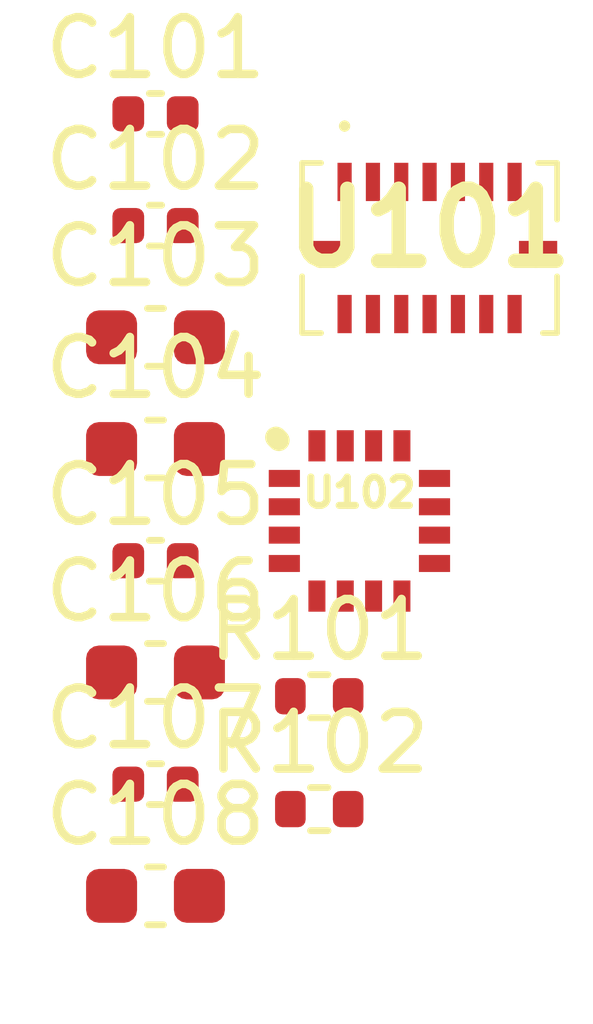
<source format=kicad_pcb>
(kicad_pcb (version 20240108) (generator "pcbnew") (generator_version "8.0")
  (layers (0 "F.Cu" signal) (31 "B.Cu" signal) (34 "B.Paste" user) (35 "F.Paste" user) (36 "B.SilkS" user "B.Silkscreen") (37 "F.SilkS" user "F.Silkscreen") (38 "B.Mask" user) (39 "F.Mask" user) (44 "Edge.Cuts" user))
  (net 0 "")
  (net 1 "3V3")
  (net 2 "GND")
  (net 3 "Net-(U102-STEP)")
  (net 4 "Net-(U102-SETC)")
  (net 5 "Net-(U102-C1)")
  (net 6 "AD0")
  (net 7 "AD1")
  (net 15 "SCL")
  (net 16 "SDA")
  (footprint "Resistor_SMD:R_0402_1005Metric" (layer "F.Cu") (at 147.49 95.01)
    (property "Reference" "R101" (at 0 -1.17 0) (layer "F.SilkS"))
    (property "Value" "4.7K")
    (fp_line (start -0.153641 -0.38) (end 0.153641 -0.38) (stroke (width 0.12)) (layer "F.SilkS"))
    (fp_line (start -0.153641 0.38) (end 0.153641 0.38) (stroke (width 0.12)) (layer "F.SilkS"))
    (pad "1" smd roundrect (at -0.51 0) (size 0.54 0.64) (layers "F.Cu" "F.Paste" "F.Mask") (net 6 "AD0"))
    (pad "2" smd roundrect (at 0.51 0) (size 0.54 0.64) (layers "F.Cu" "F.Paste" "F.Mask") (net 1 "3V3"))
  )
  (footprint "Capacitor_SMD:C_0402_1005Metric" (layer "F.Cu") (at 144.6 96.56)
    (property "Reference" "C107" (at 0 -1.16 0) (layer "F.SilkS"))
    (property "Value" "100nF")
    (fp_line (start -0.107836 -0.36) (end 0.107836 -0.36) (stroke (width 0.12)) (layer "F.SilkS"))
    (fp_line (start -0.107836 0.36) (end 0.107836 0.36) (stroke (width 0.12)) (layer "F.SilkS"))
    (pad "1" smd roundrect (at -0.48 0) (size 0.56 0.62) (layers "F.Cu" "F.Paste" "F.Mask") (net 1 "3V3"))
    (pad "2" smd roundrect (at 0.48 0) (size 0.56 0.62) (layers "F.Cu" "F.Paste" "F.Mask") (net 2 "GND"))
  )
  (footprint "Capacitor_SMD:C_0603_1608Metric" (layer "F.Cu") (at 144.6 94.59)
    (property "Reference" "C106" (at 0 -1.43 0) (layer "F.SilkS"))
    (property "Value" "4.7μF")
    (fp_line (start -0.14058 -0.51) (end 0.14058 -0.51) (stroke (width 0.12)) (layer "F.SilkS"))
    (fp_line (start -0.14058 0.51) (end 0.14058 0.51) (stroke (width 0.12)) (layer "F.SilkS"))
    (pad "1" smd roundrect (at -0.775 0) (size 0.9 0.95) (layers "F.Cu" "F.Paste" "F.Mask") (net 5 "Net-(U102-C1)"))
    (pad "2" smd roundrect (at 0.775 0) (size 0.9 0.95) (layers "F.Cu" "F.Paste" "F.Mask") (net 2 "GND"))
  )
  (footprint "Capacitor_SMD:C_0603_1608Metric" (layer "F.Cu") (at 144.6 90.65)
    (property "Reference" "C104" (at 0 -1.43 0) (layer "F.SilkS"))
    (property "Value" "10μF")
    (fp_line (start -0.14058 -0.51) (end 0.14058 -0.51) (stroke (width 0.12)) (layer "F.SilkS"))
    (fp_line (start -0.14058 0.51) (end 0.14058 0.51) (stroke (width 0.12)) (layer "F.SilkS"))
    (pad "1" smd roundrect (at -0.775 0) (size 0.9 0.95) (layers "F.Cu" "F.Paste" "F.Mask") (net 1 "3V3"))
    (pad "2" smd roundrect (at 0.775 0) (size 0.9 0.95) (layers "F.Cu" "F.Paste" "F.Mask") (net 2 "GND"))
  )
  (footprint "WOBClibraries:BMI088" (layer "F.Cu") (at 149.437 87.105)
    (property "Reference" "U101" (at 0 -0.349 0) (layer "F.SilkS") (effects (font (size 1.27 1.27) (thickness 0.254))))
    (property "Value" "BMI088" (hide yes))
    (fp_line (start -2.25 -1.5) (end -1.915 -1.5) (stroke (width 0.1)) (layer "F.SilkS"))
    (fp_line (start -2.25 -0.5) (end -2.25 -1.5) (stroke (width 0.1)) (layer "F.SilkS"))
    (fp_line (start -2.25 0.5) (end -2.25 0.5) (stroke (width 0.1)) (layer "F.SilkS"))
    (fp_line (start -2.25 1.5) (end -2.25 0.5) (stroke (width 0.1)) (layer "F.SilkS"))
    (fp_line (start -1.915 1.5) (end -2.25 1.5) (stroke (width 0.1)) (layer "F.SilkS"))
    (fp_line (start -1.5 -2.2) (end -1.5 -2.2) (stroke (width 0.1)) (layer "F.SilkS"))
    (fp_line (start -1.5 -2.1) (end -1.5 -2.1) (stroke (width 0.1)) (layer "F.SilkS"))
    (fp_line (start 1.915 -1.5) (end 2.25 -1.5) (stroke (width 0.1)) (layer "F.SilkS"))
    (fp_line (start 2 1.5) (end 2.25 1.5) (stroke (width 0.1)) (layer "F.SilkS"))
    (fp_line (start 2.25 -1.5) (end 2.25 -0.5) (stroke (width 0.1)) (layer "F.SilkS"))
    (fp_line (start 2.25 1.5) (end 2.25 0.5) (stroke (width 0.1)) (layer "F.SilkS"))
    (fp_arc (start -1.5 -2.2) (mid -1.45 -2.15) (end -1.5 -2.1) (stroke (width 0.1)) (layer "F.SilkS"))
    (fp_arc (start -1.5 -2.1) (mid -1.55 -2.15) (end -1.5 -2.2) (stroke (width 0.1)) (layer "F.SilkS"))
    (pad "1" smd rect (at -1.5 -1.165) (size 0.25 0.675) (layers "F.Cu" "F.Paste" "F.Mask"))
    (pad "2" smd rect (at -1 -1.165) (size 0.25 0.675) (layers "F.Cu" "F.Paste" "F.Mask"))
    (pad "3" smd rect (at -0.5 -1.165) (size 0.25 0.675) (layers "F.Cu" "F.Paste" "F.Mask") (net 1 "3V3"))
    (pad "4" smd rect (at 0 -1.165) (size 0.25 0.675) (layers "F.Cu" "F.Paste" "F.Mask") (net 2 "GND"))
    (pad "5" smd rect (at 0.5 -1.165) (size 0.25 0.675) (layers "F.Cu" "F.Paste" "F.Mask"))
    (pad "6" smd rect (at 1 -1.165) (size 0.25 0.675) (layers "F.Cu" "F.Paste" "F.Mask") (net 2 "GND"))
    (pad "7" smd rect (at 1.5 -1.165) (size 0.25 0.675) (layers "F.Cu" "F.Paste" "F.Mask") (net 1 "3V3"))
    (pad "8" smd rect (at 1.915 0 90) (size 0.25 0.675) (layers "F.Cu" "F.Paste" "F.Mask") (net 15 "SCL"))
    (pad "9" smd rect (at 1.5 1.165) (size 0.25 0.675) (layers "F.Cu" "F.Paste" "F.Mask") (net 16 "SDA"))
    (pad "10" smd rect (at 1 1.165) (size 0.25 0.675) (layers "F.Cu" "F.Paste" "F.Mask") (net 7 "AD1"))
    (pad "11" smd rect (at 0.5 1.165) (size 0.25 0.675) (layers "F.Cu" "F.Paste" "F.Mask") (net 1 "3V3"))
    (pad "12" smd rect (at 0 1.165) (size 0.25 0.675) (layers "F.Cu" "F.Paste" "F.Mask"))
    (pad "13" smd rect (at -0.5 1.165) (size 0.25 0.675) (layers "F.Cu" "F.Paste" "F.Mask"))
    (pad "14" smd rect (at -1 1.165) (size 0.25 0.675) (layers "F.Cu" "F.Paste" "F.Mask"))
    (pad "15" smd rect (at -1.5 1.165) (size 0.25 0.675) (layers "F.Cu" "F.Paste" "F.Mask") (net 6 "AD0"))
    (pad "16" smd rect (at -1.915 0 90) (size 0.25 0.675) (layers "F.Cu" "F.Paste" "F.Mask"))
  )
  (footprint "Resistor_SMD:R_0402_1005Metric" (layer "F.Cu") (at 147.49 97)
    (property "Reference" "R102" (at 0 -1.17 0) (layer "F.SilkS"))
    (property "Value" "4.7K")
    (fp_line (start -0.153641 -0.38) (end 0.153641 -0.38) (stroke (width 0.12)) (layer "F.SilkS"))
    (fp_line (start -0.153641 0.38) (end 0.153641 0.38) (stroke (width 0.12)) (layer "F.SilkS"))
    (pad "1" smd roundrect (at -0.51 0) (size 0.54 0.64) (layers "F.Cu" "F.Paste" "F.Mask") (net 7 "AD1"))
    (pad "2" smd roundrect (at 0.51 0) (size 0.54 0.64) (layers "F.Cu" "F.Paste" "F.Mask") (net 1 "3V3"))
  )
  (footprint "Capacitor_SMD:C_0402_1005Metric" (layer "F.Cu") (at 144.6 86.71)
    (property "Reference" "C102" (at 0 -1.16 0) (layer "F.SilkS"))
    (property "Value" "100nF")
    (fp_line (start -0.107836 -0.36) (end 0.107836 -0.36) (stroke (width 0.12)) (layer "F.SilkS"))
    (fp_line (start -0.107836 0.36) (end 0.107836 0.36) (stroke (width 0.12)) (layer "F.SilkS"))
    (pad "1" smd roundrect (at -0.48 0) (size 0.56 0.62) (layers "F.Cu" "F.Paste" "F.Mask") (net 1 "3V3"))
    (pad "2" smd roundrect (at 0.48 0) (size 0.56 0.62) (layers "F.Cu" "F.Paste" "F.Mask") (net 2 "GND"))
  )
  (footprint "Capacitor_SMD:C_0402_1005Metric" (layer "F.Cu") (at 144.6 92.62)
    (property "Reference" "C105" (at 0 -1.16 0) (layer "F.SilkS"))
    (property "Value" "0.22μF")
    (fp_line (start -0.107836 -0.36) (end 0.107836 -0.36) (stroke (width 0.12)) (layer "F.SilkS"))
    (fp_line (start -0.107836 0.36) (end 0.107836 0.36) (stroke (width 0.12)) (layer "F.SilkS"))
    (pad "1" smd roundrect (at -0.48 0) (size 0.56 0.62) (layers "F.Cu" "F.Paste" "F.Mask") (net 4 "Net-(U102-SETC)"))
    (pad "2" smd roundrect (at 0.48 0) (size 0.56 0.62) (layers "F.Cu" "F.Paste" "F.Mask") (net 3 "Net-(U102-STEP)"))
  )
  (footprint "Capacitor_SMD:C_0603_1608Metric" (layer "F.Cu") (at 144.6 98.53)
    (property "Reference" "C108" (at 0 -1.43 0) (layer "F.SilkS"))
    (property "Value" "10μF")
    (fp_line (start -0.14058 -0.51) (end 0.14058 -0.51) (stroke (width 0.12)) (layer "F.SilkS"))
    (fp_line (start -0.14058 0.51) (end 0.14058 0.51) (stroke (width 0.12)) (layer "F.SilkS"))
    (pad "1" smd roundrect (at -0.775 0) (size 0.9 0.95) (layers "F.Cu" "F.Paste" "F.Mask") (net 1 "3V3"))
    (pad "2" smd roundrect (at 0.775 0) (size 0.9 0.95) (layers "F.Cu" "F.Paste" "F.Mask") (net 2 "GND"))
  )
  (footprint "Capacitor_SMD:C_0402_1005Metric" (layer "F.Cu") (at 144.6 84.74)
    (property "Reference" "C101" (at 0 -1.16 0) (layer "F.SilkS"))
    (property "Value" "100nF")
    (fp_line (start -0.107836 -0.36) (end 0.107836 -0.36) (stroke (width 0.12)) (layer "F.SilkS"))
    (fp_line (start -0.107836 0.36) (end 0.107836 0.36) (stroke (width 0.12)) (layer "F.SilkS"))
    (pad "1" smd roundrect (at -0.48 0) (size 0.56 0.62) (layers "F.Cu" "F.Paste" "F.Mask") (net 1 "3V3"))
    (pad "2" smd roundrect (at 0.48 0) (size 0.56 0.62) (layers "F.Cu" "F.Paste" "F.Mask") (net 2 "GND"))
  )
  (footprint "WOBClibraries:_HMC5883L" (layer "F.Cu") (at 148.1987 91.9187)
    (property "Reference" "U102" (at 0 -0.5 0) (layer "F.SilkS") (effects (font (size 0.5 0.5) (thickness 0.125))))
    (property "Value" "QMC5883L" (hide yes))
    (fp_line (start -1.4732 -1.4732) (end -1.4224 -1.4224) (stroke (width 0.381)) (layer "F.SilkS"))
    (pad "1" smd rect (at -1.325 -0.75) (size 0.55 0.3) (layers "F.Cu" "F.Paste" "F.Mask") (net 15 "SCL"))
    (pad "2" smd rect (at -1.325 -0.25) (size 0.55 0.3) (layers "F.Cu" "F.Paste" "F.Mask") (net 1 "3V3"))
    (pad "3" smd rect (at -1.325 0.25) (size 0.55 0.3) (layers "F.Cu" "F.Paste" "F.Mask"))
    (pad "4" smd rect (at -1.325 0.75) (size 0.55 0.3) (layers "F.Cu" "F.Paste" "F.Mask") (net 1 "3V3"))
    (pad "5" smd rect (at -0.75 1.325 90) (size 0.55 0.3) (layers "F.Cu" "F.Paste" "F.Mask"))
    (pad "6" smd rect (at -0.25 1.325 90) (size 0.55 0.3) (layers "F.Cu" "F.Paste" "F.Mask"))
    (pad "7" smd rect (at 0.25 1.325 90) (size 0.55 0.3) (layers "F.Cu" "F.Paste" "F.Mask"))
    (pad "8" smd rect (at 0.75 1.325 90) (size 0.55 0.3) (layers "F.Cu" "F.Paste" "F.Mask") (net 3 "Net-(U102-STEP)"))
    (pad "9" smd rect (at 1.325 0.75) (size 0.55 0.3) (layers "F.Cu" "F.Paste" "F.Mask") (net 2 "GND"))
    (pad "10" smd rect (at 1.325 0.25) (size 0.55 0.3) (layers "F.Cu" "F.Paste" "F.Mask") (net 5 "Net-(U102-C1)"))
    (pad "11" smd rect (at 1.325 -0.25) (size 0.55 0.3) (layers "F.Cu" "F.Paste" "F.Mask") (net 2 "GND"))
    (pad "12" smd rect (at 1.325 -0.75) (size 0.55 0.3) (layers "F.Cu" "F.Paste" "F.Mask") (net 4 "Net-(U102-SETC)"))
    (pad "13" smd rect (at 0.75 -1.325 90) (size 0.55 0.3) (layers "F.Cu" "F.Paste" "F.Mask") (net 1 "3V3"))
    (pad "14" smd rect (at 0.25 -1.325 90) (size 0.55 0.3) (layers "F.Cu" "F.Paste" "F.Mask"))
    (pad "15" smd rect (at -0.25 -1.325 90) (size 0.55 0.3) (layers "F.Cu" "F.Paste" "F.Mask"))
    (pad "16" smd rect (at -0.75 -1.325 90) (size 0.55 0.3) (layers "F.Cu" "F.Paste" "F.Mask") (net 16 "SDA"))
  )
  (footprint "Capacitor_SMD:C_0603_1608Metric" (layer "F.Cu") (at 144.6 88.68)
    (property "Reference" "C103" (at 0 -1.43 0) (layer "F.SilkS"))
    (property "Value" "10μF")
    (fp_line (start -0.14058 -0.51) (end 0.14058 -0.51) (stroke (width 0.12)) (layer "F.SilkS"))
    (fp_line (start -0.14058 0.51) (end 0.14058 0.51) (stroke (width 0.12)) (layer "F.SilkS"))
    (pad "1" smd roundrect (at -0.775 0) (size 0.9 0.95) (layers "F.Cu" "F.Paste" "F.Mask") (net 1 "3V3"))
    (pad "2" smd roundrect (at 0.775 0) (size 0.9 0.95) (layers "F.Cu" "F.Paste" "F.Mask") (net 2 "GND"))
  )
)
</source>
